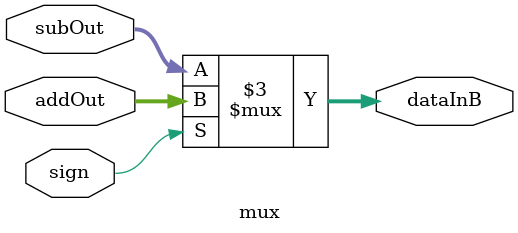
<source format=v>
module mux(dataInB, addOut, subOut, sign);
input [7:0] addOut;
input [7:0] subOut;
input sign;
output reg [7:0] dataInB;
always @ (addOut,subOut,sign)
begin
    if(sign)
    	//input 1 will be the mul output//sel = 1
        dataInB = addOut;
    else
    	//input 0 will be the number 1//sel = 0
        dataInB = subOut;
end  
endmodule
</source>
